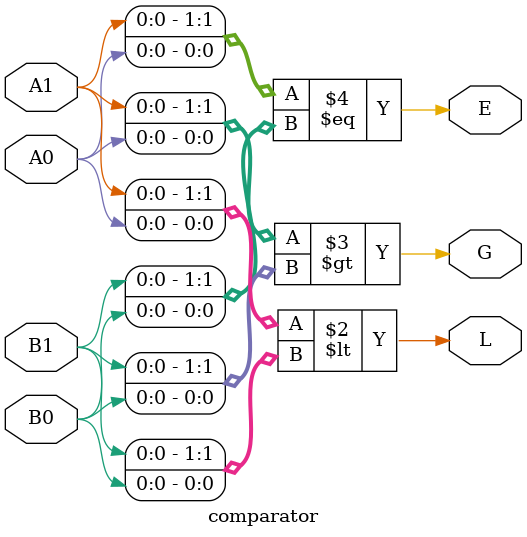
<source format=v>
module comparator (A0, A1, B0, B1, G, E, L);
    input A0, A1, B0, B1;
    output G, E, L;
    reg G, E, L;

    always@(A0 or A1 or B0 or B1)
    begin
        L <= {A1, A0} < {B1, B0};
        G <= {A1, A0} > {B1, B0};
        E <= {A1, A0} == {B1, B0};
    end
endmodule
</source>
